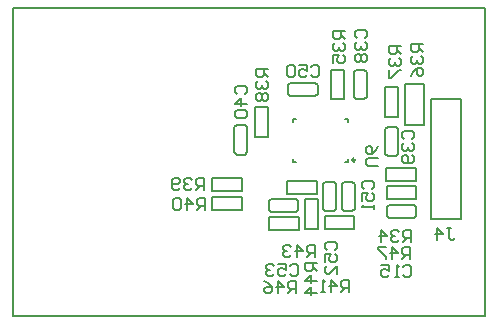
<source format=gbo>
%FSLAX25Y25*%
%MOIN*%
G70*
G01*
G75*
G04 Layer_Color=32896*
%ADD10R,0.10630X0.03937*%
%ADD11R,0.15748X0.17716*%
%ADD12R,0.14410X0.09843*%
%ADD13R,0.14410X0.07874*%
%ADD14R,0.01969X0.06299*%
%ADD15R,0.03543X0.02126*%
%ADD16R,0.09843X0.14410*%
%ADD17R,0.07874X0.14410*%
%ADD18R,0.06299X0.01969*%
%ADD19R,0.02126X0.03543*%
%ADD20C,0.01000*%
%ADD21C,0.02000*%
%ADD22C,0.00800*%
%ADD23R,0.05400X0.12900*%
%ADD24R,0.21600X0.06537*%
%ADD25C,0.00500*%
%ADD26C,0.05906*%
%ADD27R,0.05906X0.05906*%
%ADD28O,0.10000X0.06000*%
%ADD29R,0.10000X0.06000*%
%ADD30C,0.04000*%
%ADD31C,0.02000*%
%ADD32C,0.03000*%
%ADD33R,0.02756X0.03347*%
%ADD34R,0.03347X0.02756*%
%ADD35R,0.05118X0.03937*%
%ADD36R,0.13386X0.07087*%
%ADD37O,0.02756X0.01181*%
%ADD38O,0.01181X0.02756*%
%ADD39R,0.11430X0.04737*%
%ADD40R,0.16548X0.18517*%
%ADD41R,0.15210X0.10642*%
%ADD42R,0.15210X0.08674*%
%ADD43R,0.02769X0.07099*%
%ADD44R,0.04343X0.02926*%
%ADD45R,0.10642X0.15210*%
%ADD46R,0.08674X0.15210*%
%ADD47R,0.07099X0.02769*%
%ADD48R,0.02926X0.04343*%
%ADD49C,0.06706*%
%ADD50R,0.06706X0.06706*%
%ADD51O,0.10800X0.06800*%
%ADD52R,0.10800X0.06800*%
%ADD53R,0.03556X0.04147*%
%ADD54R,0.04147X0.03556*%
%ADD55R,0.05918X0.04737*%
%ADD56R,0.14186X0.07887*%
%ADD57O,0.03556X0.01981*%
%ADD58O,0.01981X0.03556*%
%ADD59C,0.00984*%
%ADD60C,0.00787*%
D25*
X85326Y38083D02*
X86113Y38871D01*
X85326Y35328D02*
X86113Y34540D01*
X94381D02*
X95169Y35328D01*
X94381Y38871D02*
X95169Y38083D01*
X86113Y38871D02*
X94381D01*
X95169Y35328D02*
Y38083D01*
X85326Y35328D02*
Y38083D01*
X86113Y34540D02*
X94381D01*
X103435Y35519D02*
X104222Y34732D01*
X106978D02*
X107765Y35519D01*
X106978Y44574D02*
X107765Y43787D01*
X103435D02*
X104222Y44574D01*
X103435Y35519D02*
Y43787D01*
X104222Y44574D02*
X106978D01*
X104222Y34732D02*
X106978D01*
X107765Y35519D02*
Y43787D01*
X109735Y35513D02*
X110522Y34726D01*
X113278D02*
X114065Y35513D01*
X113278Y44568D02*
X114065Y43781D01*
X109735D02*
X110522Y44568D01*
X109735Y35513D02*
Y43781D01*
X110522Y44568D02*
X113278D01*
X110522Y34726D02*
X113278D01*
X114065Y35513D02*
Y43781D01*
X91826Y76678D02*
X92613Y77465D01*
X91826Y73922D02*
X92613Y73135D01*
X100881D02*
X101669Y73922D01*
X100881Y77465D02*
X101669Y76678D01*
X92613Y77465D02*
X100881D01*
X101669Y73922D02*
Y76678D01*
X91826Y73922D02*
Y76678D01*
X92613Y73135D02*
X100881D01*
X77478Y63474D02*
X78265Y62687D01*
X73935D02*
X74722Y63474D01*
X73935Y54419D02*
X74722Y53632D01*
X77478D02*
X78265Y54419D01*
Y62687D01*
X74722Y53632D02*
X77478D01*
X74722Y63474D02*
X77478D01*
X73935Y54419D02*
Y62687D01*
X127778Y62974D02*
X128565Y62187D01*
X124235D02*
X125022Y62974D01*
X124235Y53919D02*
X125022Y53132D01*
X127778D02*
X128565Y53919D01*
Y62187D01*
X125022Y53132D02*
X127778D01*
X125022Y62974D02*
X127778D01*
X124235Y53919D02*
Y62187D01*
X113635Y72913D02*
X114422Y72126D01*
X117178D02*
X117965Y72913D01*
X117178Y81968D02*
X117965Y81181D01*
X113635D02*
X114422Y81968D01*
X113635Y72913D02*
Y81181D01*
X114422Y81968D02*
X117178D01*
X114422Y72126D02*
X117178D01*
X117965Y72913D02*
Y81181D01*
X133687Y32535D02*
X134474Y33322D01*
X133687Y36865D02*
X134474Y36078D01*
X124632D02*
X125419Y36865D01*
X124632Y33322D02*
X125419Y32535D01*
X133687D01*
X124632Y33322D02*
Y36078D01*
X134474Y33322D02*
Y36078D01*
X125419Y36865D02*
X133687D01*
X124235Y66326D02*
X128565D01*
X124235Y76169D02*
X128565D01*
Y66326D02*
Y76169D01*
X124235Y66326D02*
Y76169D01*
X106135Y72026D02*
X110465D01*
X106135Y81868D02*
X110465D01*
Y72026D02*
Y81868D01*
X106135Y72026D02*
Y81868D01*
X80935Y59526D02*
X85265D01*
X80935Y69368D02*
X85265D01*
Y59526D02*
Y69368D01*
X80935Y59526D02*
Y69368D01*
X66626Y41535D02*
Y45865D01*
X76468Y41535D02*
Y45865D01*
X66626Y41535D02*
X76468D01*
X66626Y45865D02*
X76468D01*
X66626Y35035D02*
Y39365D01*
X76468Y35035D02*
Y39365D01*
X66626Y35035D02*
X76468D01*
X66626Y39365D02*
X76468D01*
X113874Y28840D02*
Y33171D01*
X104032Y28840D02*
Y33171D01*
X113874D01*
X104032Y28840D02*
X113874D01*
X91626Y40440D02*
Y44771D01*
X101469Y40440D02*
Y44771D01*
X91626Y40440D02*
X101469D01*
X91626Y44771D02*
X101469D01*
X97335Y38680D02*
X101665D01*
X97335Y28837D02*
X101665D01*
X97335D02*
Y38680D01*
X101665Y28837D02*
Y38680D01*
X85526Y28440D02*
Y32771D01*
X95368Y28440D02*
Y32771D01*
X85526Y28440D02*
X95368D01*
X85526Y32771D02*
X95368D01*
X124726Y38735D02*
Y43065D01*
X134569Y38735D02*
Y43065D01*
X124726Y38735D02*
X134569D01*
X124726Y43065D02*
X134569D01*
X124526Y44735D02*
Y49065D01*
X134369Y44735D02*
Y49065D01*
X124526Y44735D02*
X134369D01*
X124526Y49065D02*
X134369D01*
X130750Y63644D02*
Y77030D01*
X137050Y63644D02*
Y77030D01*
X130750Y76046D02*
X130750D01*
X130750Y63644D02*
X137050D01*
X130750Y77030D02*
X137050D01*
X93545Y51313D02*
X94600D01*
X93545D02*
Y52298D01*
Y64502D02*
Y65487D01*
X94500D01*
X110700D02*
X111655D01*
Y64502D02*
Y65487D01*
Y51313D02*
Y52298D01*
X110700Y51313D02*
X111655D01*
X144934Y29299D02*
X146267D01*
X145601D01*
Y25966D01*
X146267Y25300D01*
X146933D01*
X147600Y25966D01*
X141602Y25300D02*
Y29299D01*
X143601Y27299D01*
X140936D01*
X132700Y24500D02*
Y28499D01*
X130701D01*
X130034Y27832D01*
Y26499D01*
X130701Y25833D01*
X132700D01*
X131367D02*
X130034Y24500D01*
X128701Y27832D02*
X128035Y28499D01*
X126702D01*
X126035Y27832D01*
Y27166D01*
X126702Y26499D01*
X127368D01*
X126702D01*
X126035Y25833D01*
Y25166D01*
X126702Y24500D01*
X128035D01*
X128701Y25166D01*
X122703Y24500D02*
Y28499D01*
X124703Y26499D01*
X122037D01*
X132300Y19000D02*
Y22999D01*
X130301D01*
X129634Y22332D01*
Y20999D01*
X130301Y20333D01*
X132300D01*
X130967D02*
X129634Y19000D01*
X126302D02*
Y22999D01*
X128301Y20999D01*
X125636D01*
X124303Y22999D02*
X121637D01*
Y22332D01*
X124303Y19667D01*
Y19000D01*
X94300Y7400D02*
Y11399D01*
X92301D01*
X91634Y10732D01*
Y9399D01*
X92301Y8733D01*
X94300D01*
X92967D02*
X91634Y7400D01*
X88302D02*
Y11399D01*
X90301Y9399D01*
X87635D01*
X83637Y11399D02*
X84970Y10732D01*
X86303Y9399D01*
Y8066D01*
X85636Y7400D01*
X84303D01*
X83637Y8066D01*
Y8733D01*
X84303Y9399D01*
X86303D01*
X101400Y17500D02*
X97401D01*
Y15501D01*
X98068Y14834D01*
X99401D01*
X100067Y15501D01*
Y17500D01*
Y16167D02*
X101400Y14834D01*
Y11502D02*
X97401D01*
X99401Y13501D01*
Y10836D01*
X101400Y7503D02*
X97401D01*
X99401Y9503D01*
Y6837D01*
X100845Y19424D02*
Y23423D01*
X98846D01*
X98179Y22757D01*
Y21424D01*
X98846Y20757D01*
X100845D01*
X99512D02*
X98179Y19424D01*
X94847D02*
Y23423D01*
X96846Y21424D01*
X94181D01*
X92848Y22757D02*
X92181Y23423D01*
X90848D01*
X90182Y22757D01*
Y22090D01*
X90848Y21424D01*
X91515D01*
X90848D01*
X90182Y20757D01*
Y20091D01*
X90848Y19424D01*
X92181D01*
X92848Y20091D01*
X112100Y7800D02*
Y11799D01*
X110101D01*
X109434Y11132D01*
Y9799D01*
X110101Y9133D01*
X112100D01*
X110767D02*
X109434Y7800D01*
X106102D02*
Y11799D01*
X108101Y9799D01*
X105436D01*
X104103Y7800D02*
X102770D01*
X103436D01*
Y11799D01*
X104103Y11132D01*
X64200Y35300D02*
Y39299D01*
X62201D01*
X61534Y38632D01*
Y37299D01*
X62201Y36633D01*
X64200D01*
X62867D02*
X61534Y35300D01*
X58202D02*
Y39299D01*
X60201Y37299D01*
X57535D01*
X56203Y38632D02*
X55536Y39299D01*
X54203D01*
X53537Y38632D01*
Y35966D01*
X54203Y35300D01*
X55536D01*
X56203Y35966D01*
Y38632D01*
X63900Y42000D02*
Y45999D01*
X61901D01*
X61234Y45332D01*
Y43999D01*
X61901Y43333D01*
X63900D01*
X62567D02*
X61234Y42000D01*
X59901Y45332D02*
X59235Y45999D01*
X57902D01*
X57235Y45332D01*
Y44666D01*
X57902Y43999D01*
X58568D01*
X57902D01*
X57235Y43333D01*
Y42666D01*
X57902Y42000D01*
X59235D01*
X59901Y42666D01*
X55903D02*
X55236Y42000D01*
X53903D01*
X53237Y42666D01*
Y45332D01*
X53903Y45999D01*
X55236D01*
X55903Y45332D01*
Y44666D01*
X55236Y43999D01*
X53237D01*
X85094Y82300D02*
X81096D01*
Y80301D01*
X81762Y79634D01*
X83095D01*
X83762Y80301D01*
Y82300D01*
Y80967D02*
X85094Y79634D01*
X81762Y78301D02*
X81096Y77635D01*
Y76302D01*
X81762Y75635D01*
X82429D01*
X83095Y76302D01*
Y76968D01*
Y76302D01*
X83762Y75635D01*
X84428D01*
X85094Y76302D01*
Y77635D01*
X84428Y78301D01*
X81762Y74303D02*
X81096Y73636D01*
Y72303D01*
X81762Y71637D01*
X82429D01*
X83095Y72303D01*
X83762Y71637D01*
X84428D01*
X85094Y72303D01*
Y73636D01*
X84428Y74303D01*
X83762D01*
X83095Y73636D01*
X82429Y74303D01*
X81762D01*
X83095Y73636D02*
Y72303D01*
X130134Y16232D02*
X130801Y16899D01*
X132133D01*
X132800Y16232D01*
Y13566D01*
X132133Y12900D01*
X130801D01*
X130134Y13566D01*
X128801Y12900D02*
X127468D01*
X128135D01*
Y16899D01*
X128801Y16232D01*
X122803Y16899D02*
X125469D01*
Y14899D01*
X124136Y15566D01*
X123470D01*
X122803Y14899D01*
Y13566D01*
X123470Y12900D01*
X124803D01*
X125469Y13566D01*
X114768Y92534D02*
X114101Y93201D01*
Y94534D01*
X114768Y95200D01*
X117434D01*
X118100Y94534D01*
Y93201D01*
X117434Y92534D01*
X114768Y91201D02*
X114101Y90535D01*
Y89202D01*
X114768Y88535D01*
X115434D01*
X116101Y89202D01*
Y89868D01*
Y89202D01*
X116767Y88535D01*
X117434D01*
X118100Y89202D01*
Y90535D01*
X117434Y91201D01*
X114768Y87203D02*
X114101Y86536D01*
Y85203D01*
X114768Y84537D01*
X115434D01*
X116101Y85203D01*
X116767Y84537D01*
X117434D01*
X118100Y85203D01*
Y86536D01*
X117434Y87203D01*
X116767D01*
X116101Y86536D01*
X115434Y87203D01*
X114768D01*
X116101Y86536D02*
Y85203D01*
X130568Y58934D02*
X129901Y59601D01*
Y60934D01*
X130568Y61600D01*
X133233D01*
X133900Y60934D01*
Y59601D01*
X133233Y58934D01*
X130568Y57601D02*
X129901Y56935D01*
Y55602D01*
X130568Y54935D01*
X131234D01*
X131901Y55602D01*
Y56268D01*
Y55602D01*
X132567Y54935D01*
X133233D01*
X133900Y55602D01*
Y56935D01*
X133233Y57601D01*
Y53603D02*
X133900Y52936D01*
Y51603D01*
X133233Y50937D01*
X130568D01*
X129901Y51603D01*
Y52936D01*
X130568Y53603D01*
X131234D01*
X131901Y52936D01*
Y50937D01*
X74768Y73834D02*
X74101Y74501D01*
Y75834D01*
X74768Y76500D01*
X77434D01*
X78100Y75834D01*
Y74501D01*
X77434Y73834D01*
X78100Y70502D02*
X74101D01*
X76101Y72501D01*
Y69836D01*
X74768Y68503D02*
X74101Y67836D01*
Y66503D01*
X74768Y65837D01*
X77434D01*
X78100Y66503D01*
Y67836D01*
X77434Y68503D01*
X74768D01*
X99434Y82732D02*
X100101Y83399D01*
X101434D01*
X102100Y82732D01*
Y80066D01*
X101434Y79400D01*
X100101D01*
X99434Y80066D01*
X95436Y83399D02*
X98101D01*
Y81399D01*
X96768Y82066D01*
X96102D01*
X95436Y81399D01*
Y80066D01*
X96102Y79400D01*
X97435D01*
X98101Y80066D01*
X94103Y82732D02*
X93436Y83399D01*
X92103D01*
X91437Y82732D01*
Y80066D01*
X92103Y79400D01*
X93436D01*
X94103Y80066D01*
Y82732D01*
X117268Y42234D02*
X116601Y42901D01*
Y44234D01*
X117268Y44900D01*
X119933D01*
X120600Y44234D01*
Y42901D01*
X119933Y42234D01*
X116601Y38236D02*
Y40901D01*
X118601D01*
X117934Y39568D01*
Y38902D01*
X118601Y38236D01*
X119933D01*
X120600Y38902D01*
Y40235D01*
X119933Y40901D01*
X120600Y36903D02*
Y35570D01*
Y36236D01*
X116601D01*
X117268Y36903D01*
X104668Y21834D02*
X104001Y22501D01*
Y23833D01*
X104668Y24500D01*
X107334D01*
X108000Y23833D01*
Y22501D01*
X107334Y21834D01*
X104001Y17835D02*
Y20501D01*
X106001D01*
X105334Y19168D01*
Y18502D01*
X106001Y17835D01*
X107334D01*
X108000Y18502D01*
Y19835D01*
X107334Y20501D01*
X108000Y13837D02*
Y16503D01*
X105334Y13837D01*
X104668D01*
X104001Y14503D01*
Y15836D01*
X104668Y16503D01*
X92334Y16532D02*
X93001Y17199D01*
X94334D01*
X95000Y16532D01*
Y13867D01*
X94334Y13200D01*
X93001D01*
X92334Y13867D01*
X88336Y17199D02*
X91001D01*
Y15199D01*
X89668Y15866D01*
X89002D01*
X88336Y15199D01*
Y13867D01*
X89002Y13200D01*
X90335D01*
X91001Y13867D01*
X87003Y16532D02*
X86336Y17199D01*
X85003D01*
X84337Y16532D01*
Y15866D01*
X85003Y15199D01*
X85670D01*
X85003D01*
X84337Y14533D01*
Y13867D01*
X85003Y13200D01*
X86336D01*
X87003Y13867D01*
X110700Y94800D02*
X106701D01*
Y92801D01*
X107368Y92134D01*
X108701D01*
X109367Y92801D01*
Y94800D01*
Y93467D02*
X110700Y92134D01*
X107368Y90801D02*
X106701Y90135D01*
Y88802D01*
X107368Y88135D01*
X108034D01*
X108701Y88802D01*
Y89468D01*
Y88802D01*
X109367Y88135D01*
X110034D01*
X110700Y88802D01*
Y90135D01*
X110034Y90801D01*
X106701Y84137D02*
Y86803D01*
X108701D01*
X108034Y85470D01*
Y84803D01*
X108701Y84137D01*
X110034D01*
X110700Y84803D01*
Y86136D01*
X110034Y86803D01*
X136700Y90400D02*
X132701D01*
Y88401D01*
X133368Y87734D01*
X134701D01*
X135367Y88401D01*
Y90400D01*
Y89067D02*
X136700Y87734D01*
X133368Y86401D02*
X132701Y85735D01*
Y84402D01*
X133368Y83736D01*
X134034D01*
X134701Y84402D01*
Y85068D01*
Y84402D01*
X135367Y83736D01*
X136033D01*
X136700Y84402D01*
Y85735D01*
X136033Y86401D01*
X132701Y79737D02*
X133368Y81070D01*
X134701Y82403D01*
X136033D01*
X136700Y81736D01*
Y80403D01*
X136033Y79737D01*
X135367D01*
X134701Y80403D01*
Y82403D01*
X129300Y89700D02*
X125301D01*
Y87701D01*
X125968Y87034D01*
X127301D01*
X127967Y87701D01*
Y89700D01*
Y88367D02*
X129300Y87034D01*
X125968Y85701D02*
X125301Y85035D01*
Y83702D01*
X125968Y83035D01*
X126634D01*
X127301Y83702D01*
Y84368D01*
Y83702D01*
X127967Y83035D01*
X128633D01*
X129300Y83702D01*
Y85035D01*
X128633Y85701D01*
X125301Y81703D02*
Y79037D01*
X125968D01*
X128633Y81703D01*
X129300D01*
X121649Y49950D02*
X118316D01*
X117650Y50616D01*
Y51949D01*
X118316Y52616D01*
X121649D01*
Y56615D02*
X120982Y55282D01*
X119649Y53949D01*
X118316D01*
X117650Y54615D01*
Y55948D01*
X118316Y56615D01*
X118983D01*
X119649Y55948D01*
Y53949D01*
X0Y102362D02*
X157480D01*
Y0D02*
Y102362D01*
X0Y0D02*
X157480D01*
X0D02*
Y102362D01*
D59*
X114192Y51808D02*
G03*
X114192Y51808I-492J0D01*
G01*
D60*
X139400Y72300D02*
X149400D01*
X139400Y32300D02*
Y72300D01*
X149400Y32300D02*
Y72300D01*
X139400Y32300D02*
X149400D01*
M02*

</source>
